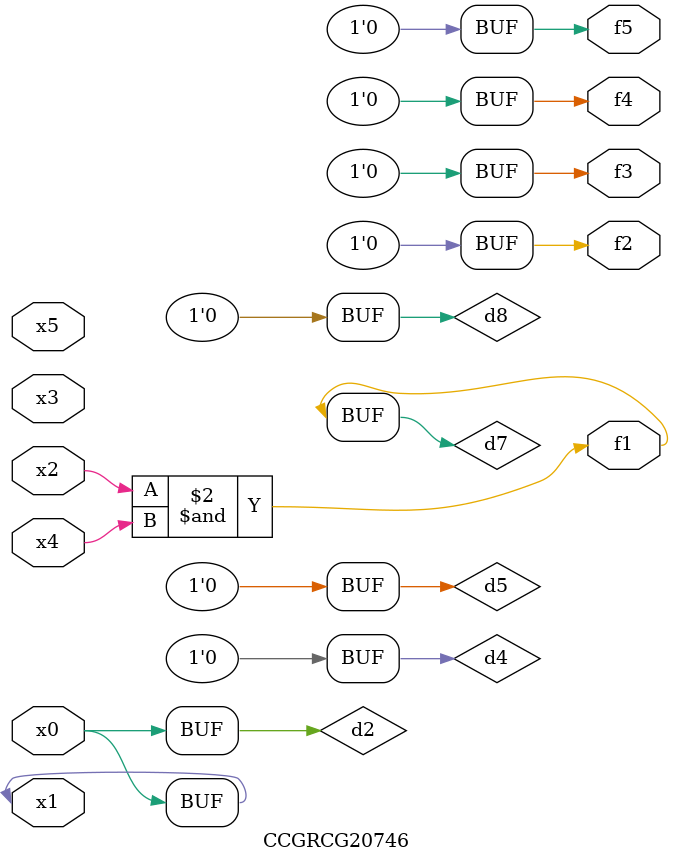
<source format=v>
module CCGRCG20746(
	input x0, x1, x2, x3, x4, x5,
	output f1, f2, f3, f4, f5
);

	wire d1, d2, d3, d4, d5, d6, d7, d8, d9;

	nand (d1, x1);
	buf (d2, x0, x1);
	nand (d3, x2, x4);
	and (d4, d1, d2);
	and (d5, d1, d2);
	nand (d6, d1, d3);
	not (d7, d3);
	xor (d8, d5);
	nor (d9, d5, d6);
	assign f1 = d7;
	assign f2 = d8;
	assign f3 = d8;
	assign f4 = d8;
	assign f5 = d8;
endmodule

</source>
